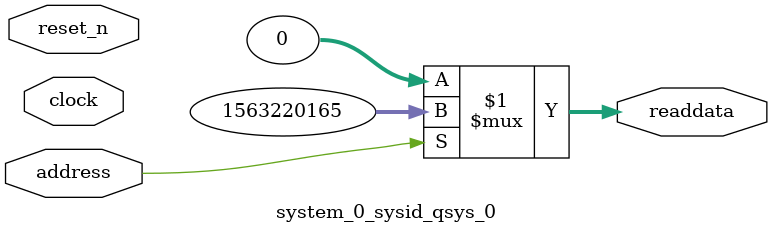
<source format=v>

`timescale 1ns / 1ps
// synthesis translate_on

// turn off superfluous verilog processor warnings 
// altera message_level Level1 
// altera message_off 10034 10035 10036 10037 10230 10240 10030 

module system_0_sysid_qsys_0 (
               // inputs:
                address,
                clock,
                reset_n,

               // outputs:
                readdata
             )
;

  output  [ 31: 0] readdata;
  input            address;
  input            clock;
  input            reset_n;

  wire    [ 31: 0] readdata;
  //control_slave, which is an e_avalon_slave
  assign readdata = address ? 1563220165 : 0;

endmodule




</source>
